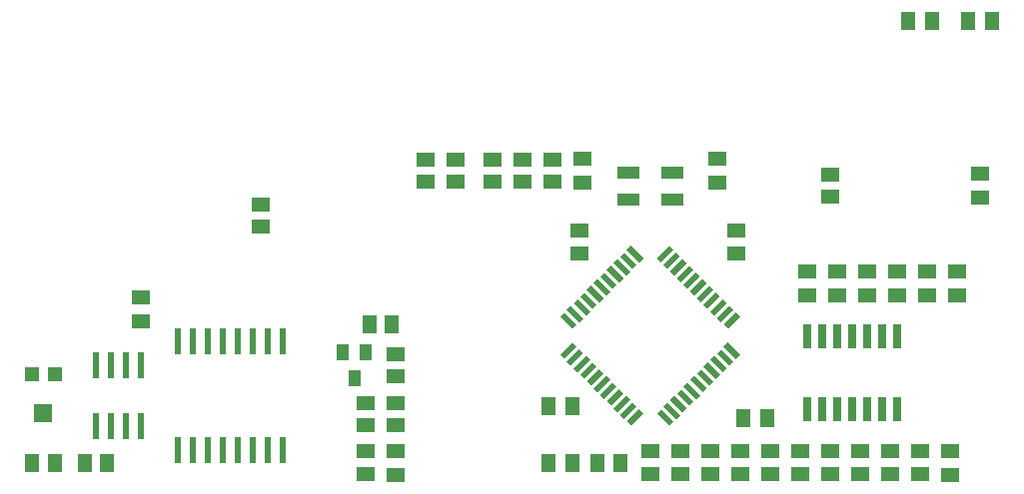
<source format=gtp>
G75*
G70*
%OFA0B0*%
%FSLAX24Y24*%
%IPPOS*%
%LPD*%
%AMOC8*
5,1,8,0,0,1.08239X$1,22.5*
%
%ADD10R,0.0260X0.0800*%
%ADD11R,0.0630X0.0512*%
%ADD12R,0.0512X0.0630*%
%ADD13R,0.0236X0.0866*%
%ADD14R,0.0591X0.0197*%
%ADD15R,0.0197X0.0591*%
%ADD16R,0.0748X0.0433*%
%ADD17R,0.0591X0.0630*%
%ADD18R,0.0472X0.0472*%
%ADD19R,0.0394X0.0551*%
D10*
X026932Y004228D03*
X027432Y004228D03*
X027932Y004228D03*
X028432Y004228D03*
X028932Y004228D03*
X029432Y004228D03*
X029932Y004228D03*
X029932Y006648D03*
X029432Y006648D03*
X028932Y006648D03*
X028432Y006648D03*
X027932Y006648D03*
X027432Y006648D03*
X026932Y006648D03*
D11*
X026932Y008044D03*
X027932Y008044D03*
X028932Y008044D03*
X029932Y008044D03*
X030932Y008044D03*
X031932Y008044D03*
X031932Y008831D03*
X030932Y008831D03*
X029932Y008831D03*
X028932Y008831D03*
X027932Y008831D03*
X026932Y008831D03*
X024557Y009419D03*
X024557Y010206D03*
X023932Y011794D03*
X023932Y012581D03*
X027682Y012062D03*
X027682Y011314D03*
X032682Y011294D03*
X032682Y012081D03*
X019432Y011794D03*
X018432Y011814D03*
X018432Y012562D03*
X017432Y012562D03*
X017432Y011814D03*
X016432Y011814D03*
X016432Y012562D03*
X015182Y012562D03*
X015182Y011814D03*
X014182Y011814D03*
X014182Y012562D03*
X019432Y012581D03*
X019307Y010206D03*
X019307Y009419D03*
X013182Y006062D03*
X013182Y005314D03*
X013182Y004437D03*
X013182Y003689D03*
X012182Y003689D03*
X012182Y004437D03*
X012182Y002812D03*
X013182Y002831D03*
X013182Y002044D03*
X012182Y002064D03*
X004682Y007169D03*
X004682Y007956D03*
X008682Y010314D03*
X008682Y011062D03*
X021682Y002812D03*
X022682Y002812D03*
X023682Y002812D03*
X024682Y002812D03*
X025682Y002812D03*
X026682Y002812D03*
X027682Y002812D03*
X028682Y002812D03*
X029682Y002812D03*
X030682Y002812D03*
X031682Y002831D03*
X031682Y002044D03*
X030682Y002064D03*
X029682Y002064D03*
X028682Y002064D03*
X027682Y002064D03*
X026682Y002064D03*
X025682Y002064D03*
X024682Y002064D03*
X023682Y002064D03*
X022682Y002064D03*
X021682Y002064D03*
D12*
X001058Y002438D03*
X001806Y002438D03*
X002808Y002438D03*
X003556Y002438D03*
X012308Y007063D03*
X013056Y007063D03*
X018289Y004313D03*
X019076Y004313D03*
X019076Y002438D03*
X018289Y002438D03*
X019933Y002438D03*
X020681Y002438D03*
X024789Y003938D03*
X025576Y003938D03*
X030289Y017188D03*
X031076Y017188D03*
X032289Y017188D03*
X033076Y017188D03*
D13*
X009432Y006499D03*
X008932Y006499D03*
X008432Y006499D03*
X007932Y006499D03*
X007432Y006499D03*
X006932Y006499D03*
X006432Y006499D03*
X005932Y006499D03*
X004682Y005711D03*
X004182Y005711D03*
X003682Y005711D03*
X003182Y005711D03*
X003182Y003664D03*
X003682Y003664D03*
X004182Y003664D03*
X004682Y003664D03*
X005932Y002877D03*
X006432Y002877D03*
X006932Y002877D03*
X007432Y002877D03*
X007932Y002877D03*
X008432Y002877D03*
X008932Y002877D03*
X009432Y002877D03*
D14*
G36*
X018677Y006048D02*
X019093Y006464D01*
X019231Y006326D01*
X018815Y005910D01*
X018677Y006048D01*
G37*
G36*
X018900Y005825D02*
X019316Y006241D01*
X019454Y006103D01*
X019038Y005687D01*
X018900Y005825D01*
G37*
G36*
X019123Y005602D02*
X019539Y006018D01*
X019677Y005880D01*
X019261Y005464D01*
X019123Y005602D01*
G37*
G36*
X019345Y005379D02*
X019761Y005795D01*
X019899Y005657D01*
X019483Y005241D01*
X019345Y005379D01*
G37*
G36*
X019568Y005157D02*
X019984Y005573D01*
X020122Y005435D01*
X019706Y005019D01*
X019568Y005157D01*
G37*
G36*
X019791Y004934D02*
X020207Y005350D01*
X020345Y005212D01*
X019929Y004796D01*
X019791Y004934D01*
G37*
G36*
X020013Y004711D02*
X020429Y005127D01*
X020567Y004989D01*
X020151Y004573D01*
X020013Y004711D01*
G37*
G36*
X020236Y004489D02*
X020652Y004905D01*
X020790Y004767D01*
X020374Y004351D01*
X020236Y004489D01*
G37*
G36*
X020459Y004266D02*
X020875Y004682D01*
X021013Y004544D01*
X020597Y004128D01*
X020459Y004266D01*
G37*
G36*
X020682Y004043D02*
X021098Y004459D01*
X021236Y004321D01*
X020820Y003905D01*
X020682Y004043D01*
G37*
G36*
X020904Y003820D02*
X021320Y004236D01*
X021458Y004098D01*
X021042Y003682D01*
X020904Y003820D01*
G37*
G36*
X024134Y007050D02*
X024550Y007466D01*
X024688Y007328D01*
X024272Y006912D01*
X024134Y007050D01*
G37*
G36*
X023911Y007272D02*
X024327Y007688D01*
X024465Y007550D01*
X024049Y007134D01*
X023911Y007272D01*
G37*
G36*
X023688Y007495D02*
X024104Y007911D01*
X024242Y007773D01*
X023826Y007357D01*
X023688Y007495D01*
G37*
G36*
X023465Y007718D02*
X023881Y008134D01*
X024019Y007996D01*
X023603Y007580D01*
X023465Y007718D01*
G37*
G36*
X023243Y007941D02*
X023659Y008357D01*
X023797Y008219D01*
X023381Y007803D01*
X023243Y007941D01*
G37*
G36*
X023020Y008163D02*
X023436Y008579D01*
X023574Y008441D01*
X023158Y008025D01*
X023020Y008163D01*
G37*
G36*
X022797Y008386D02*
X023213Y008802D01*
X023351Y008664D01*
X022935Y008248D01*
X022797Y008386D01*
G37*
G36*
X022575Y008609D02*
X022991Y009025D01*
X023129Y008887D01*
X022713Y008471D01*
X022575Y008609D01*
G37*
G36*
X022352Y008831D02*
X022768Y009247D01*
X022906Y009109D01*
X022490Y008693D01*
X022352Y008831D01*
G37*
G36*
X022129Y009054D02*
X022545Y009470D01*
X022683Y009332D01*
X022267Y008916D01*
X022129Y009054D01*
G37*
G36*
X021906Y009277D02*
X022322Y009693D01*
X022460Y009555D01*
X022044Y009139D01*
X021906Y009277D01*
G37*
D15*
G36*
X020904Y009555D02*
X021042Y009693D01*
X021458Y009277D01*
X021320Y009139D01*
X020904Y009555D01*
G37*
G36*
X020682Y009332D02*
X020820Y009470D01*
X021236Y009054D01*
X021098Y008916D01*
X020682Y009332D01*
G37*
G36*
X020459Y009109D02*
X020597Y009247D01*
X021013Y008831D01*
X020875Y008693D01*
X020459Y009109D01*
G37*
G36*
X020236Y008887D02*
X020374Y009025D01*
X020790Y008609D01*
X020652Y008471D01*
X020236Y008887D01*
G37*
G36*
X020013Y008664D02*
X020151Y008802D01*
X020567Y008386D01*
X020429Y008248D01*
X020013Y008664D01*
G37*
G36*
X019791Y008441D02*
X019929Y008579D01*
X020345Y008163D01*
X020207Y008025D01*
X019791Y008441D01*
G37*
G36*
X019568Y008219D02*
X019706Y008357D01*
X020122Y007941D01*
X019984Y007803D01*
X019568Y008219D01*
G37*
G36*
X019345Y007996D02*
X019483Y008134D01*
X019899Y007718D01*
X019761Y007580D01*
X019345Y007996D01*
G37*
G36*
X019123Y007773D02*
X019261Y007911D01*
X019677Y007495D01*
X019539Y007357D01*
X019123Y007773D01*
G37*
G36*
X018900Y007550D02*
X019038Y007688D01*
X019454Y007272D01*
X019316Y007134D01*
X018900Y007550D01*
G37*
G36*
X018677Y007328D02*
X018815Y007466D01*
X019231Y007050D01*
X019093Y006912D01*
X018677Y007328D01*
G37*
G36*
X022575Y004767D02*
X022713Y004905D01*
X023129Y004489D01*
X022991Y004351D01*
X022575Y004767D01*
G37*
G36*
X022352Y004544D02*
X022490Y004682D01*
X022906Y004266D01*
X022768Y004128D01*
X022352Y004544D01*
G37*
G36*
X022129Y004321D02*
X022267Y004459D01*
X022683Y004043D01*
X022545Y003905D01*
X022129Y004321D01*
G37*
G36*
X021906Y004098D02*
X022044Y004236D01*
X022460Y003820D01*
X022322Y003682D01*
X021906Y004098D01*
G37*
G36*
X022797Y004989D02*
X022935Y005127D01*
X023351Y004711D01*
X023213Y004573D01*
X022797Y004989D01*
G37*
G36*
X023020Y005212D02*
X023158Y005350D01*
X023574Y004934D01*
X023436Y004796D01*
X023020Y005212D01*
G37*
G36*
X023243Y005435D02*
X023381Y005573D01*
X023797Y005157D01*
X023659Y005019D01*
X023243Y005435D01*
G37*
G36*
X023465Y005657D02*
X023603Y005795D01*
X024019Y005379D01*
X023881Y005241D01*
X023465Y005657D01*
G37*
G36*
X023688Y005880D02*
X023826Y006018D01*
X024242Y005602D01*
X024104Y005464D01*
X023688Y005880D01*
G37*
G36*
X023911Y006103D02*
X024049Y006241D01*
X024465Y005825D01*
X024327Y005687D01*
X023911Y006103D01*
G37*
G36*
X024134Y006326D02*
X024272Y006464D01*
X024688Y006048D01*
X024550Y005910D01*
X024134Y006326D01*
G37*
D16*
X022411Y011235D03*
X022411Y012140D03*
X020954Y012140D03*
X020954Y011235D03*
D17*
X001432Y004097D03*
D18*
X001039Y005406D03*
X001826Y005406D03*
D19*
X011433Y006121D03*
X012181Y006121D03*
X011807Y005255D03*
M02*

</source>
